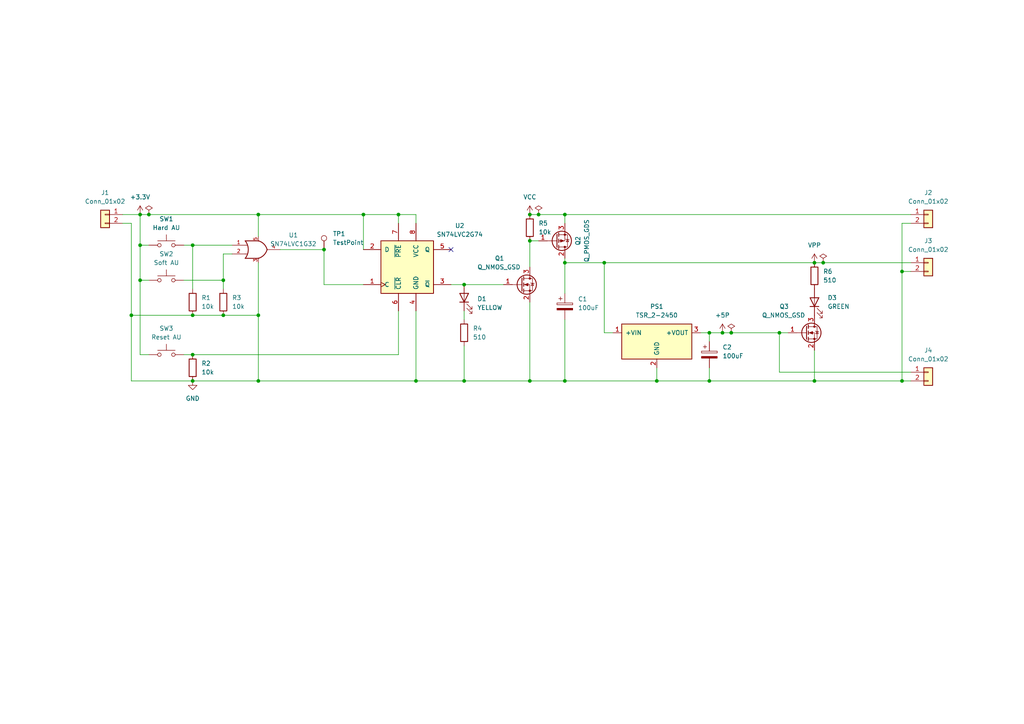
<source format=kicad_sch>
(kicad_sch (version 20230121) (generator eeschema)
  (paper "A4")
  (title_block (title "Mini Carte AU") (date "2025-04-14") (rev "V1.1"))
  (lib_symbols
    (symbol "ComponentsEvo:SN74LVC1G32" (pin_names (offset 1.016) hide)
      (property "Reference" "U?" (at -0.635 7.62 0))
      (property "Value" "SN74LVC1G32" (at -0.635 5.08 0))
      (symbol "SN74LVC1G32_0_1"
        (arc (start -3.81 -2.54) (mid -2.919 0) (end -3.81 2.54) (stroke (width 0.254)))
        (arc (start 0 -2.54) (mid 1.5993 -1.6027) (end 2.54 0) (stroke (width 0.254)))
        (polyline (pts (xy -3.81 -1.27) (xy -3.175 -1.27)))
        (polyline (pts (xy -3.81 1.27) (xy -3.175 1.27)))
        (polyline (pts (xy 0 -2.54) (xy -3.81 -2.54)) (stroke (width 0.254)) (fill (type background)))
        (polyline (pts (xy 0 2.54) (xy -3.81 2.54)) (stroke (width 0.254)) (fill (type background)))
        (arc (start 2.54 0) (mid 1.6119 1.6152) (end 0 2.54) (stroke (width 0.254)))
      )
      (symbol "SN74LVC1G32_1_1"
        (pin input line (at -7.62 1.27 0) (length 3.81) (name "A") (number "1"))
        (pin input line (at -7.62 -1.27 0) (length 3.81) (name "B") (number "2"))
        (pin power_in line (at 0 -3.81 90) (length 1.397) (name "GND") (number "3"))
        (pin output line (at 6.35 0 180) (length 3.81) (name "S") (number "4"))
        (pin power_in line (at 0 3.81 270) (length 1.397) (name "VCC") (number "5"))
      )
    )
    (symbol "ComponentsEvo:SN74LVC2G74DCUR" (pin_names (offset 1.016))
      (property "Reference" "U2" (at 15.24 12.0081 0))
      (property "Value" "SN74LVC2G74" (at 15.24 9.4681 0))
      (symbol "SN74LVC2G74DCUR_0_1"
        (rectangle (start -7.62 7.62) (end 7.62 -7.62) (stroke (width 0.254)) (fill (type background)))
      )
      (symbol "SN74LVC2G74DCUR_1_1"
        (pin input clock (at -12.7 -5.08 0) (length 5.08) (name "C") (number "1"))
        (pin input line (at -12.7 5.08 0) (length 5.08) (name "D") (number "2"))
        (pin output line (at 12.7 -5.08 180) (length 5.08) (name "~{Q}") (number "3"))
        (pin power_in line (at 2.54 -12.7 90) (length 5.08) (name "GND") (number "4"))
        (pin output line (at 12.7 5.08 180) (length 5.08) (name "Q") (number "5"))
        (pin input line (at -2.54 -12.7 90) (length 5.08) (name "~{CLR}") (number "6"))
        (pin input line (at -2.54 12.7 270) (length 5.08) (name "~{PRE}") (number "7"))
        (pin power_in line (at 2.54 12.7 270) (length 5.08) (name "VCC") (number "8"))
      )
    )
    (symbol "ComponentsEvo:TSR_2-2450" (pin_names (offset 1.016))
      (property "Reference" "PS" (at -1.27 8.89 0))
      (property "Value" "TSR_2-2450" (at -5.08 6.35 0))
      (symbol "TSR_2-2450_0_0"
        (rectangle (start -10.16 5.08) (end 10.16 -5.08) (stroke (width 0.254)) (fill (type background)))
      )
      (symbol "TSR_2-2450_1_0"
        (pin input line (at -12.7 2.54 0) (length 2.54) (name "+VIN") (number "1"))
        (pin power_in line (at 0 -7.62 90) (length 2.54) (name "GND") (number "2"))
        (pin output line (at 12.7 2.54 180) (length 2.54) (name "+VOUT") (number "3"))
      )
    )
    (symbol "Connector:TestPoint" (pin_numbers hide) (pin_names (offset 0.762) hide)
      (property "Reference" "TP" (at 0 6.858 0))
      (property "Value" "TestPoint" (at 0 5.08 0))
      (symbol "TestPoint_0_1"
        (circle (center 0 3.302) (radius 0.762))
      )
      (symbol "TestPoint_1_1"
        (pin passive line (at 0 0 90) (length 2.54) (name "1") (number "1"))
      )
    )
    (symbol "Connector_Generic:Conn_01x02" (pin_names (offset 1.016) hide)
      (property "Reference" "J" (at 0 2.54 0))
      (property "Value" "Conn_01x02" (at 0 -5.08 0))
      (symbol "Conn_01x02_1_1"
        (rectangle (start -1.27 -2.413) (end 0 -2.667) (stroke (width 0.1524)))
        (rectangle (start -1.27 0.127) (end 0 -0.127) (stroke (width 0.1524)))
        (rectangle (start -1.27 1.27) (end 1.27 -3.81) (stroke (width 0.254)) (fill (type background)))
        (pin passive line (at -5.08 0 0) (length 3.81) (name "Pin_1") (number "1"))
        (pin passive line (at -5.08 -2.54 0) (length 3.81) (name "Pin_2") (number "2"))
      )
    )
    (symbol "Device:C_Polarized" (pin_numbers hide) (pin_names (offset 0.254))
      (property "Reference" "C" (at 0.635 2.54 0))
      (property "Value" "C_Polarized" (at 0.635 -2.54 0))
      (symbol "C_Polarized_0_1"
        (rectangle (start -2.286 0.508) (end 2.286 1.016))
        (polyline (pts (xy -1.778 2.286) (xy -0.762 2.286)))
        (polyline (pts (xy -1.27 2.794) (xy -1.27 1.778)))
        (rectangle (start 2.286 -0.508) (end -2.286 -1.016) (fill (type outline)))
      )
      (symbol "C_Polarized_1_1"
        (pin passive line (at 0 3.81 270) (length 2.794) (name "~") (number "1"))
        (pin passive line (at 0 -3.81 90) (length 2.794) (name "~") (number "2"))
      )
    )
    (symbol "Device:LED" (pin_numbers hide) (pin_names (offset 1.016) hide)
      (property "Reference" "D" (at 0 2.54 0))
      (property "Value" "LED" (at 0 -2.54 0))
      (symbol "LED_0_1"
        (polyline (pts (xy -1.27 -1.27) (xy -1.27 1.27)) (stroke (width 0.254)))
        (polyline (pts (xy -1.27 0) (xy 1.27 0)))
        (polyline (pts (xy 1.27 -1.27) (xy 1.27 1.27) (xy -1.27 0) (xy 1.27 -1.27)) (stroke (width 0.254)))
        (polyline (pts (xy -3.048 -0.762) (xy -4.572 -2.286) (xy -3.81 -2.286) (xy -4.572 -2.286) (xy -4.572 -1.524)))
        (polyline (pts (xy -1.778 -0.762) (xy -3.302 -2.286) (xy -2.54 -2.286) (xy -3.302 -2.286) (xy -3.302 -1.524)))
      )
      (symbol "LED_1_1"
        (pin passive line (at -3.81 0 0) (length 2.54) (name "K") (number "1"))
        (pin passive line (at 3.81 0 180) (length 2.54) (name "A") (number "2"))
      )
    )
    (symbol "Device:Q_NMOS_GSD" (pin_names (offset 0) hide)
      (property "Reference" "Q" (at 5.08 1.27 0))
      (property "Value" "Q_NMOS_GSD" (at 5.08 -1.27 0))
      (symbol "Q_NMOS_GSD_0_1"
        (polyline (pts (xy 0.254 0) (xy -2.54 0)))
        (polyline (pts (xy 0.254 1.905) (xy 0.254 -1.905)) (stroke (width 0.254)))
        (polyline (pts (xy 0.762 -1.27) (xy 0.762 -2.286)) (stroke (width 0.254)))
        (polyline (pts (xy 0.762 0.508) (xy 0.762 -0.508)) (stroke (width 0.254)))
        (polyline (pts (xy 0.762 2.286) (xy 0.762 1.27)) (stroke (width 0.254)))
        (polyline (pts (xy 2.54 2.54) (xy 2.54 1.778)))
        (polyline (pts (xy 2.54 -2.54) (xy 2.54 0) (xy 0.762 0)))
        (polyline (pts (xy 0.762 -1.778) (xy 3.302 -1.778) (xy 3.302 1.778) (xy 0.762 1.778)))
        (polyline (pts (xy 1.016 0) (xy 2.032 0.381) (xy 2.032 -0.381) (xy 1.016 0)) (fill (type outline)))
        (polyline (pts (xy 2.794 0.508) (xy 2.921 0.381) (xy 3.683 0.381) (xy 3.81 0.254)))
        (polyline (pts (xy 3.302 0.381) (xy 2.921 -0.254) (xy 3.683 -0.254) (xy 3.302 0.381)))
        (circle (center 1.651 0) (radius 2.794) (stroke (width 0.254)))
        (circle (center 2.54 -1.778) (radius 0.254) (fill (type outline)))
        (circle (center 2.54 1.778) (radius 0.254) (fill (type outline)))
      )
      (symbol "Q_NMOS_GSD_1_1"
        (pin input line (at -5.08 0 0) (length 2.54) (name "G") (number "1"))
        (pin passive line (at 2.54 -5.08 90) (length 2.54) (name "S") (number "2"))
        (pin passive line (at 2.54 5.08 270) (length 2.54) (name "D") (number "3"))
      )
    )
    (symbol "Device:Q_PMOS_GDS" (pin_names (offset 0) hide)
      (property "Reference" "Q" (at 5.08 1.27 0))
      (property "Value" "Q_PMOS_GDS" (at 5.08 -1.27 0))
      (symbol "Q_PMOS_GDS_0_1"
        (polyline (pts (xy 0.254 0) (xy -2.54 0)))
        (polyline (pts (xy 0.254 1.905) (xy 0.254 -1.905)) (stroke (width 0.254)))
        (polyline (pts (xy 0.762 -1.27) (xy 0.762 -2.286)) (stroke (width 0.254)))
        (polyline (pts (xy 0.762 0.508) (xy 0.762 -0.508)) (stroke (width 0.254)))
        (polyline (pts (xy 0.762 2.286) (xy 0.762 1.27)) (stroke (width 0.254)))
        (polyline (pts (xy 2.54 2.54) (xy 2.54 1.778)))
        (polyline (pts (xy 2.54 -2.54) (xy 2.54 0) (xy 0.762 0)))
        (polyline (pts (xy 0.762 1.778) (xy 3.302 1.778) (xy 3.302 -1.778) (xy 0.762 -1.778)))
        (polyline (pts (xy 2.286 0) (xy 1.27 0.381) (xy 1.27 -0.381) (xy 2.286 0)) (fill (type outline)))
        (polyline (pts (xy 2.794 -0.508) (xy 2.921 -0.381) (xy 3.683 -0.381) (xy 3.81 -0.254)))
        (polyline (pts (xy 3.302 -0.381) (xy 2.921 0.254) (xy 3.683 0.254) (xy 3.302 -0.381)))
        (circle (center 1.651 0) (radius 2.794) (stroke (width 0.254)))
        (circle (center 2.54 -1.778) (radius 0.254) (fill (type outline)))
        (circle (center 2.54 1.778) (radius 0.254) (fill (type outline)))
      )
      (symbol "Q_PMOS_GDS_1_1"
        (pin input line (at -5.08 0 0) (length 2.54) (name "G") (number "1"))
        (pin passive line (at 2.54 5.08 270) (length 2.54) (name "D") (number "2"))
        (pin passive line (at 2.54 -5.08 90) (length 2.54) (name "S") (number "3"))
      )
    )
    (symbol "Device:R" (pin_numbers hide) (pin_names (offset 0))
      (property "Reference" "R" (at 2.032 0 90))
      (property "Value" "R" (at 0 0 90))
      (symbol "R_0_1"
        (rectangle (start -1.016 -2.54) (end 1.016 2.54) (stroke (width 0.254)))
      )
      (symbol "R_1_1"
        (pin passive line (at 0 3.81 270) (length 1.27) (name "~") (number "1"))
        (pin passive line (at 0 -3.81 90) (length 1.27) (name "~") (number "2"))
      )
    )
    (symbol "Switch:SW_Push" (pin_numbers hide) (pin_names (offset 1.016) hide)
      (property "Reference" "SW" (at 1.27 2.54 0))
      (property "Value" "SW_Push" (at 0 -1.524 0))
      (symbol "SW_Push_0_1"
        (circle (center -2.032 0) (radius 0.508))
        (polyline (pts (xy 0 1.27) (xy 0 3.048)))
        (polyline (pts (xy 2.54 1.27) (xy -2.54 1.27)))
        (circle (center 2.032 0) (radius 0.508))
        (pin passive line (at -5.08 0 0) (length 2.54) (name "1") (number "1"))
        (pin passive line (at 5.08 0 180) (length 2.54) (name "2") (number "2"))
      )
    )
    (symbol "power:+3.3V" (power) (pin_names (offset 0))
      (property "Value" "+3.3V" (at 0 3.556 0))
      (symbol "+3.3V_0_1"
        (polyline (pts (xy -0.762 1.27) (xy 0 2.54)))
        (polyline (pts (xy 0 0) (xy 0 2.54)))
        (polyline (pts (xy 0 2.54) (xy 0.762 1.27)))
      )
      (symbol "+3.3V_1_1"
        (pin power_in line (at 0 0 90) (length 0) hide (name "+3.3V") (number "1"))
      )
    )
    (symbol "power:+5P" (power) (pin_names (offset 0))
      (property "Value" "+5P" (at 0 3.556 0))
      (symbol "+5P_0_1"
        (polyline (pts (xy -0.762 1.27) (xy 0 2.54)))
        (polyline (pts (xy 0 0) (xy 0 2.54)))
        (polyline (pts (xy 0 2.54) (xy 0.762 1.27)))
      )
      (symbol "+5P_1_1"
        (pin power_in line (at 0 0 90) (length 0) hide (name "+5P") (number "1"))
      )
    )
    (symbol "power:GND" (power) (pin_names (offset 0))
      (property "Value" "GND" (at 0 -3.81 0))
      (symbol "GND_0_1"
        (polyline (pts (xy 0 0) (xy 0 -1.27) (xy 1.27 -1.27) (xy 0 -2.54) (xy -1.27 -1.27) (xy 0 -1.27)))
      )
      (symbol "GND_1_1"
        (pin power_in line (at 0 0 270) (length 0) hide (name "GND") (number "1"))
      )
    )
    (symbol "power:PWR_FLAG" (power) (pin_numbers hide) (pin_names (offset 0) hide)
      (property "Value" "PWR_FLAG" (at 0 3.81 0))
      (symbol "PWR_FLAG_0_0"
        (pin power_out line (at 0 0 90) (length 0) (name "pwr") (number "1"))
      )
      (symbol "PWR_FLAG_0_1"
        (polyline (pts (xy 0 0) (xy 0 1.27) (xy -1.016 1.905) (xy 0 2.54) (xy 1.016 1.905) (xy 0 1.27)))
      )
    )
    (symbol "power:VCC" (power) (pin_names (offset 0))
      (property "Value" "VCC" (at 0 3.81 0))
      (symbol "VCC_0_1"
        (polyline (pts (xy -0.762 1.27) (xy 0 2.54)))
        (polyline (pts (xy 0 0) (xy 0 2.54)))
        (polyline (pts (xy 0 2.54) (xy 0.762 1.27)))
      )
      (symbol "VCC_1_1"
        (pin power_in line (at 0 0 90) (length 0) hide (name "VCC") (number "1"))
      )
    )
    (symbol "power:VPP" (power) (pin_names (offset 0))
      (property "Value" "VPP" (at 0 3.81 0))
      (symbol "VPP_0_1"
        (polyline (pts (xy -0.762 1.27) (xy 0 2.54)))
        (polyline (pts (xy 0 0) (xy 0 2.54)))
        (polyline (pts (xy 0 2.54) (xy 0.762 1.27)))
      )
      (symbol "VPP_1_1"
        (pin power_in line (at 0 0 90) (length 0) hide (name "VPP") (number "1"))
      )
    )
  )
  (junction (at 55.88 102.87))
  (junction (at 74.93 110.49))
  (junction (at 134.62 82.55))
  (junction (at 55.88 71.12))
  (junction (at 205.74 96.52))
  (junction (at 55.88 110.49))
  (junction (at 40.64 62.23))
  (junction (at 120.65 110.49))
  (junction (at 74.93 62.23))
  (junction (at 40.64 81.28))
  (junction (at 40.64 71.12))
  (junction (at 236.22 76.2))
  (junction (at 163.83 62.23))
  (junction (at 55.88 91.44))
  (junction (at 93.98 72.39))
  (junction (at 64.77 91.44))
  (junction (at 105.41 62.23))
  (junction (at 134.62 110.49))
  (junction (at 261.62 78.74))
  (junction (at 153.67 69.85))
  (junction (at 163.83 110.49))
  (junction (at 115.57 62.23))
  (junction (at 64.77 81.28))
  (junction (at 163.83 76.2))
  (junction (at 74.93 91.44))
  (junction (at 175.26 76.2))
  (junction (at 209.55 96.52))
  (junction (at 261.62 110.49))
  (junction (at 205.74 110.49))
  (junction (at 153.67 110.49))
  (junction (at 156.21 62.23))
  (junction (at 236.22 110.49))
  (junction (at 43.18 62.23))
  (junction (at 238.76 76.2))
  (junction (at 190.5 110.49))
  (junction (at 153.67 62.23))
  (junction (at 38.1 91.44))
  (junction (at 212.09 96.52))
  (junction (at 226.06 96.52))
  (no_connect (at 130.81 72.39))
  (wire (pts (xy 40.64 81.28) (xy 43.18 81.28)))
  (wire (pts (xy 163.83 62.23) (xy 163.83 64.77)))
  (wire (pts (xy 55.88 83.82) (xy 55.88 71.12)))
  (wire (pts (xy 38.1 91.44) (xy 55.88 91.44)))
  (wire (pts (xy 153.67 110.49) (xy 163.83 110.49)))
  (wire (pts (xy 163.83 76.2) (xy 163.83 85.09)))
  (wire (pts (xy 105.41 82.55) (xy 93.98 82.55)))
  (wire (pts (xy 261.62 110.49) (xy 264.16 110.49)))
  (wire (pts (xy 212.09 96.52) (xy 226.06 96.52)))
  (wire (pts (xy 163.83 74.93) (xy 163.83 76.2)))
  (wire (pts (xy 163.83 62.23) (xy 264.16 62.23)))
  (wire (pts (xy 74.93 68.58) (xy 74.93 62.23)))
  (wire (pts (xy 130.81 82.55) (xy 134.62 82.55)))
  (wire (pts (xy 43.18 62.23) (xy 74.93 62.23)))
  (wire (pts (xy 203.2 96.52) (xy 205.74 96.52)))
  (wire (pts (xy 81.28 72.39) (xy 93.98 72.39)))
  (wire (pts (xy 205.74 96.52) (xy 209.55 96.52)))
  (wire (pts (xy 134.62 110.49) (xy 153.67 110.49)))
  (wire (pts (xy 105.41 62.23) (xy 115.57 62.23)))
  (wire (pts (xy 261.62 110.49) (xy 236.22 110.49)))
  (wire (pts (xy 35.56 62.23) (xy 40.64 62.23)))
  (wire (pts (xy 209.55 96.52) (xy 212.09 96.52)))
  (wire (pts (xy 64.77 81.28) (xy 64.77 73.66)))
  (wire (pts (xy 190.5 110.49) (xy 163.83 110.49)))
  (wire (pts (xy 175.26 96.52) (xy 177.8 96.52)))
  (wire (pts (xy 55.88 91.44) (xy 64.77 91.44)))
  (wire (pts (xy 74.93 62.23) (xy 105.41 62.23)))
  (wire (pts (xy 175.26 76.2) (xy 163.83 76.2)))
  (wire (pts (xy 153.67 110.49) (xy 153.67 87.63)))
  (wire (pts (xy 261.62 78.74) (xy 264.16 78.74)))
  (wire (pts (xy 153.67 69.85) (xy 153.67 77.47)))
  (wire (pts (xy 40.64 71.12) (xy 40.64 81.28)))
  (wire (pts (xy 38.1 91.44) (xy 38.1 110.49)))
  (wire (pts (xy 55.88 110.49) (xy 74.93 110.49)))
  (wire (pts (xy 134.62 92.71) (xy 134.62 90.17)))
  (wire (pts (xy 153.67 69.85) (xy 156.21 69.85)))
  (wire (pts (xy 205.74 99.06) (xy 205.74 96.52)))
  (wire (pts (xy 64.77 81.28) (xy 64.77 83.82)))
  (wire (pts (xy 120.65 110.49) (xy 74.93 110.49)))
  (wire (pts (xy 93.98 72.39) (xy 93.98 82.55)))
  (wire (pts (xy 236.22 110.49) (xy 205.74 110.49)))
  (wire (pts (xy 38.1 64.77) (xy 35.56 64.77)))
  (wire (pts (xy 74.93 91.44) (xy 74.93 76.2)))
  (wire (pts (xy 175.26 76.2) (xy 236.22 76.2)))
  (wire (pts (xy 134.62 82.55) (xy 146.05 82.55)))
  (wire (pts (xy 175.26 76.2) (xy 175.26 96.52)))
  (wire (pts (xy 38.1 64.77) (xy 38.1 91.44)))
  (wire (pts (xy 156.21 62.23) (xy 163.83 62.23)))
  (wire (pts (xy 120.65 110.49) (xy 134.62 110.49)))
  (wire (pts (xy 153.67 62.23) (xy 156.21 62.23)))
  (wire (pts (xy 134.62 100.33) (xy 134.62 110.49)))
  (wire (pts (xy 120.65 62.23) (xy 120.65 64.77)))
  (wire (pts (xy 55.88 71.12) (xy 53.34 71.12)))
  (wire (pts (xy 205.74 106.68) (xy 205.74 110.49)))
  (wire (pts (xy 120.65 90.17) (xy 120.65 110.49)))
  (wire (pts (xy 261.62 78.74) (xy 261.62 110.49)))
  (wire (pts (xy 64.77 73.66) (xy 67.31 73.66)))
  (wire (pts (xy 264.16 64.77) (xy 261.62 64.77)))
  (wire (pts (xy 226.06 107.95) (xy 264.16 107.95)))
  (wire (pts (xy 238.76 76.2) (xy 264.16 76.2)))
  (wire (pts (xy 55.88 71.12) (xy 67.31 71.12)))
  (wire (pts (xy 163.83 92.71) (xy 163.83 110.49)))
  (wire (pts (xy 64.77 91.44) (xy 74.93 91.44)))
  (wire (pts (xy 53.34 81.28) (xy 64.77 81.28)))
  (wire (pts (xy 115.57 62.23) (xy 120.65 62.23)))
  (wire (pts (xy 190.5 106.68) (xy 190.5 110.49)))
  (wire (pts (xy 40.64 62.23) (xy 40.64 71.12)))
  (wire (pts (xy 53.34 102.87) (xy 55.88 102.87)))
  (wire (pts (xy 105.41 62.23) (xy 105.41 72.39)))
  (wire (pts (xy 40.64 62.23) (xy 43.18 62.23)))
  (wire (pts (xy 40.64 71.12) (xy 43.18 71.12)))
  (wire (pts (xy 40.64 81.28) (xy 40.64 102.87)))
  (wire (pts (xy 55.88 102.87) (xy 115.57 102.87)))
  (wire (pts (xy 236.22 76.2) (xy 238.76 76.2)))
  (wire (pts (xy 55.88 110.49) (xy 38.1 110.49)))
  (wire (pts (xy 205.74 110.49) (xy 190.5 110.49)))
  (wire (pts (xy 236.22 101.6) (xy 236.22 110.49)))
  (wire (pts (xy 115.57 62.23) (xy 115.57 64.77)))
  (wire (pts (xy 74.93 110.49) (xy 74.93 91.44)))
  (wire (pts (xy 226.06 96.52) (xy 228.6 96.52)))
  (wire (pts (xy 115.57 90.17) (xy 115.57 102.87)))
  (wire (pts (xy 226.06 96.52) (xy 226.06 107.95)))
  (wire (pts (xy 261.62 64.77) (xy 261.62 78.74)))
  (wire (pts (xy 40.64 102.87) (xy 43.18 102.87)))
  (symbol (lib_id "Device:Q_PMOS_GDS") (at 161.29 69.85 0) (mirror x) (unit 1)
    (property "Reference" "Q2" (at 167.64 69.85 90))
    (property "Value" "Q_PMOS_GDS" (at 170.18 69.85 90))
    (property "Footprint" "Package_TO_SOT_SMD:SOT-223-3_TabPin2" (effects hide))
  )
  (symbol (lib_id "power:GND") (at 55.88 110.49 0) (unit 1)
    (property "Reference" "#PWR02" (effects hide))
    (property "Value" "GND" (at 55.88 115.57 0))
  )
  (symbol (lib_id "Connector_Generic:Conn_01x02") (at 269.24 107.95 0) (unit 1)
    (property "Reference" "J4" (at 269.24 101.6 0))
    (property "Value" "Conn_01x02" (at 269.24 104.14 0))
    (property "Footprint" "Connector_PinHeader_2.54mm:PinHeader_1x02_P2.54mm_Vertical" (effects hide))
  )
  (symbol (lib_id "power:+5P") (at 209.55 96.52 0) (unit 1)
    (property "Reference" "#PWR04" (effects hide))
    (property "Value" "+5P" (at 209.55 91.44 0))
  )
  (symbol (lib_id "power:VCC") (at 153.67 62.23 0) (unit 1)
    (property "Reference" "#PWR03" (effects hide))
    (property "Value" "VCC" (at 153.67 57.15 0))
  )
  (symbol (lib_id "ComponentsEvo:TSR_2-2450") (at 190.5 99.06 0) (unit 1)
    (property "Reference" "PS1" (at 190.5 88.9 0))
    (property "Value" "TSR_2-2450" (at 190.5 91.44 0))
    (property "Footprint" "ComponentsEvo:TSR_2-2450" (effects hide))
    (property "MP" "TSR 2-2450" (effects hide))
  )
  (symbol (lib_id "Connector_Generic:Conn_01x02") (at 269.24 62.23 0) (unit 1)
    (property "Reference" "J2" (at 269.24 55.88 0))
    (property "Value" "Conn_01x02" (at 269.24 58.42 0))
    (property "Footprint" "Connector_PinHeader_2.54mm:PinHeader_1x02_P2.54mm_Vertical" (effects hide))
  )
  (symbol (lib_id "power:PWR_FLAG") (at 156.21 62.23 0) (unit 1)
    (property "Reference" "#FLG02" (effects hide))
    (property "Value" "PWR_FLAG" (effects hide))
  )
  (symbol (lib_id "Device:C_Polarized") (at 163.83 88.9 0) (unit 1)
    (property "Reference" "C1" (at 167.64 86.741 0) (effects (justify left)))
    (property "Value" "100uF" (at 167.64 89.281 0) (effects (justify left)))
    (property "Footprint" "Capacitor_SMD:CP_Elec_6.3x7.7" (effects hide))
  )
  (symbol (lib_id "ComponentsEvo:SN74LVC1G32") (at 74.93 72.39 0) (unit 1)
    (property "Reference" "U1" (at 85.09 68.1991 0))
    (property "Value" "SN74LVC1G32" (at 85.09 70.7391 0))
    (property "Footprint" "Package_TO_SOT_SMD:SOT-23-5" (effects hide))
  )
  (symbol (lib_id "Device:R") (at 55.88 106.68 0) (unit 1)
    (property "Reference" "R2" (at 58.42 105.41 0) (effects (justify left)))
    (property "Value" "10k" (at 58.42 107.95 0) (effects (justify left)))
    (property "Footprint" "Resistor_SMD:R_0603_1608Metric" (effects hide))
  )
  (symbol (lib_id "Device:R") (at 55.88 87.63 0) (unit 1)
    (property "Reference" "R1" (at 58.42 86.36 0) (effects (justify left)))
    (property "Value" "10k" (at 58.42 88.9 0) (effects (justify left)))
    (property "Footprint" "Resistor_SMD:R_0603_1608Metric" (effects hide))
  )
  (symbol (lib_id "ComponentsEvo:SN74LVC2G74DCUR") (at 118.11 77.47 0) (unit 1)
    (property "Reference" "U2" (at 133.35 65.4619 0))
    (property "Value" "SN74LVC2G74" (at 133.35 68.0019 0))
    (property "Footprint" "Package_SO:VSSOP-8_2.3x2mm_P0.5mm" (effects hide))
    (property "Datasheet" "https://www.ti.com/lit/ds/symlink/sn74lvc2g74.pdf" (effects hide))
  )
  (symbol (lib_id "Connector_Generic:Conn_01x02") (at 269.24 76.2 0) (unit 1)
    (property "Reference" "J3" (at 269.24 69.85 0))
    (property "Value" "Conn_01x02" (at 269.24 72.39 0))
    (property "Footprint" "Connector_PinHeader_2.54mm:PinHeader_1x02_P2.54mm_Vertical" (effects hide))
  )
  (symbol (lib_id "Switch:SW_Push") (at 48.26 71.12 0) (unit 1)
    (property "Reference" "SW1" (at 48.26 63.5 0))
    (property "Value" "Hard AU" (at 48.26 66.04 0))
    (property "Footprint" "ComponentsEvo:SW_Gateron_LowProfile_THT" (effects hide))
  )
  (symbol (lib_id "Connector_Generic:Conn_01x02") (at 30.48 62.23 0) (mirror y) (unit 1)
    (property "Reference" "J1" (at 30.48 55.88 0))
    (property "Value" "Conn_01x02" (at 30.48 58.42 0))
    (property "Footprint" "Connector_PinHeader_2.54mm:PinHeader_1x02_P2.54mm_Vertical" (effects hide))
  )
  (symbol (lib_id "power:+3.3V") (at 40.64 62.23 0) (unit 1)
    (property "Reference" "#PWR01" (effects hide))
    (property "Value" "+3.3V" (at 40.64 57.15 0))
  )
  (symbol (lib_id "Device:C_Polarized") (at 205.74 102.87 0) (unit 1)
    (property "Reference" "C2" (at 209.55 100.711 0) (effects (justify left)))
    (property "Value" "100uF" (at 209.55 103.251 0) (effects (justify left)))
    (property "Footprint" "Capacitor_SMD:CP_Elec_6.3x7.7" (effects hide))
  )
  (symbol (lib_id "Device:LED") (at 134.62 86.36 90) (unit 1)
    (property "Reference" "D1" (at 138.43 86.6775 90) (effects (justify right)))
    (property "Value" "YELLOW" (at 138.43 89.2175 90) (effects (justify right)))
    (property "Footprint" "LED_SMD:LED_0805_2012Metric" (effects hide))
  )
  (symbol (lib_id "Device:R") (at 153.67 66.04 0) (unit 1)
    (property "Reference" "R5" (at 156.21 64.77 0) (effects (justify left)))
    (property "Value" "10k" (at 156.21 67.31 0) (effects (justify left)))
    (property "Footprint" "Resistor_SMD:R_0603_1608Metric" (effects hide))
  )
  (symbol (lib_id "Device:R") (at 64.77 87.63 0) (unit 1)
    (property "Reference" "R3" (at 67.31 86.36 0) (effects (justify left)))
    (property "Value" "10k" (at 67.31 88.9 0) (effects (justify left)))
    (property "Footprint" "Resistor_SMD:R_0603_1608Metric" (effects hide))
  )
  (symbol (lib_id "Device:Q_NMOS_GSD") (at 151.13 82.55 0) (unit 1)
    (property "Reference" "Q1" (at 143.51 74.93 0) (effects (justify left)))
    (property "Value" "Q_NMOS_GSD" (at 138.43 77.47 0) (effects (justify left)))
    (property "Footprint" "Package_TO_SOT_SMD:SOT-23" (effects hide))
  )
  (symbol (lib_id "power:PWR_FLAG") (at 212.09 96.52 0) (unit 1)
    (property "Reference" "#FLG03" (effects hide))
    (property "Value" "PWR_FLAG" (effects hide))
  )
  (symbol (lib_id "power:PWR_FLAG") (at 43.18 62.23 0) (unit 1)
    (property "Reference" "#FLG01" (effects hide))
    (property "Value" "PWR_FLAG" (effects hide))
  )
  (symbol (lib_id "power:VPP") (at 236.22 76.2 0) (unit 1)
    (property "Reference" "#PWR05" (effects hide))
    (property "Value" "VPP" (at 236.22 71.12 0))
  )
  (symbol (lib_id "Device:R") (at 134.62 96.52 0) (unit 1)
    (property "Reference" "R4" (at 137.16 95.25 0) (effects (justify left)))
    (property "Value" "510" (at 137.16 97.79 0) (effects (justify left)))
    (property "Footprint" "Resistor_SMD:R_0603_1608Metric" (effects hide))
  )
  (symbol (lib_id "Device:Q_NMOS_GSD") (at 233.68 96.52 0) (unit 1)
    (property "Reference" "Q3" (at 226.06 88.9 0) (effects (justify left)))
    (property "Value" "Q_NMOS_GSD" (at 220.98 91.44 0) (effects (justify left)))
    (property "Footprint" "Package_TO_SOT_SMD:SOT-23" (effects hide))
  )
  (symbol (lib_id "power:PWR_FLAG") (at 238.76 76.2 0) (unit 1)
    (property "Reference" "#FLG04" (effects hide))
    (property "Value" "PWR_FLAG" (effects hide))
  )
  (symbol (lib_id "Device:R") (at 236.22 80.01 0) (unit 1)
    (property "Reference" "R6" (at 238.76 78.74 0) (effects (justify left)))
    (property "Value" "510" (at 238.76 81.28 0) (effects (justify left)))
    (property "Footprint" "Resistor_SMD:R_0603_1608Metric" (effects hide))
  )
  (symbol (lib_id "Connector:TestPoint") (at 93.98 72.39 0) (unit 1) (in_bom no)
    (property "Reference" "TP1" (at 96.52 67.818 0) (effects (justify left)))
    (property "Value" "TestPoint" (at 96.52 70.358 0) (effects (justify left)))
    (property "Footprint" "TestPoint:TestPoint_Pad_D2.0mm" (effects hide))
  )
  (symbol (lib_id "Switch:SW_Push") (at 48.26 81.28 0) (unit 1)
    (property "Reference" "SW2" (at 48.26 73.66 0))
    (property "Value" "Soft AU" (at 48.26 76.2 0))
    (property "Footprint" "Button_Switch_THT:SW_PUSH_6mm" (effects hide))
  )
  (symbol (lib_id "Switch:SW_Push") (at 48.26 102.87 0) (unit 1)
    (property "Reference" "SW3" (at 48.26 95.25 0))
    (property "Value" "Reset AU" (at 48.26 97.79 0))
    (property "Footprint" "Button_Switch_THT:SW_PUSH_6mm" (effects hide))
  )
  (symbol (lib_id "Device:LED") (at 236.22 87.63 90) (unit 1)
    (property "Reference" "D3" (at 240.03 86.36 90) (effects (justify right)))
    (property "Value" "GREEN" (at 240.03 88.9 90) (effects (justify right)))
    (property "Footprint" "ComponentsEvo:WL-SMTW_3020" (effects hide))
  )
)
</source>
